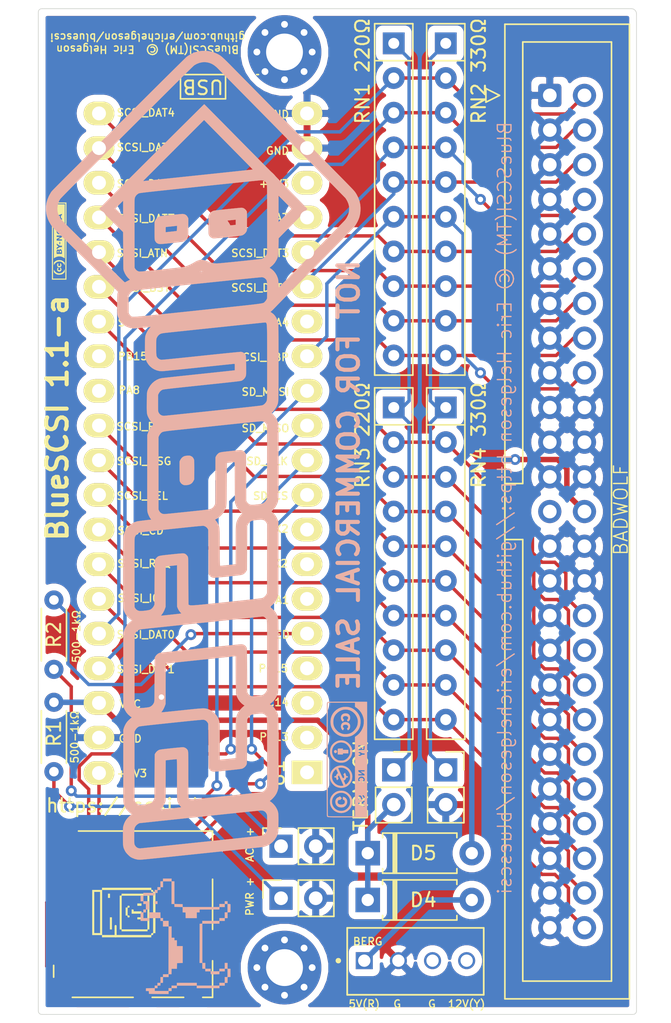
<source format=kicad_pcb>
(kicad_pcb (version 20171130) (host pcbnew "(5.1.10-1-10_14)")
  (layers (0 F.Cu signal) (31 B.Cu signal) (34 B.Paste user) (35 F.Paste user) (36 B.SilkS user) (37 F.SilkS user) (38 B.Mask user) (39 F.Mask user) (44 Edge.Cuts user))
  (net 0 "")
  (net 1 /SD_MISO)
  (net 2 GND)
  (net 3 /SD_CLK)
  (net 4 +3V3)
  (net 5 /SD_MOSI)
  (net 6 /SD_CS)
  (net 7 /SCSI_IO)
  (net 8 /SCSI_REQ)
  (net 9 /SCSI_CD)
  (net 10 /SCSI_SEL)
  (net 11 /SCSI_RST)
  (net 12 /SCSI_ACK)
  (net 13 /SCSI_BSY)
  (net 14 /SCSI_ATN)
  (net 15 /SCSI_MSG)
  (net 16 /SCSI_DBP)
  (net 17 /SCSI_DAT7)
  (net 18 /SCSI_DAT6)
  (net 19 /SCSI_DAT5)
  (net 20 /SCSI_DAT4)
  (net 21 /SCSI_DAT3)
  (net 22 /SCSI_DAT2)
  (net 23 /SCSI_DAT1)
  (net 24 /SCSI_DAT0)
  (net 25 "Net-(JP1-Pad1)")
  (net 26 "Net-(JP2-Pad1)")
  (net 27 VCC)
  (net 28 /TERM_PWR)
  (net 29 +5V)
  (net 30 "Net-(H1-Pad1)")
  (net 31 "Net-(H2-Pad1)")
  (net 32 /EXTERNAL_LED)
  (net 33 "Net-(J4-Pad1)")
  (net 34 "Net-(J3-Pad1)")
  (module BlueSCSILogo:dogcow (layer B.Cu) (at 92.075 163.83 270)
    (fp_text reference G*** hide)
    (fp_text value LOGO hide)
  )
  (module BlueSCSILogo:mac_happy_small (layer F.Cu) (at 87.5665 162.1155 270)
    (fp_text reference G*** hide)
    (fp_text value LOGO hide)
  )
  (module BlueSCSILogo:cc_by_nc_sa_front_silk_screen (layer B.Cu) (at 103.886 150.876 270)
    (fp_text reference G*** hide)
    (fp_text value LOGO hide)
  )
  (module BlueSCSILogo:cc_by_nc_sa_small_front_silk_screen (layer F.Cu) (at 82.804 112.903 90)
    (fp_text reference G*** hide)
    (fp_text value LOGO hide)
  )
  (module BlueSCSILogo:BlueSCSILogoFP (layer B.Cu) (at 93.218 128.651 270)
    (fp_text reference G*** hide)
    (fp_text value LOGO hide)
  )
  (module blue:BluePill_STM32F103C (layer F.Cu) (at 100.965 151.765 180)
    (fp_text reference U1 (at 2.159 -0.127 270) (layer F.SilkS))
    (fp_text value BluePill_STM32F103C hide)
    (pad 40 thru_hole oval (at 15.24 -0.1016 270) (size 1.7272 2.25) (drill 1.016) (layers *.Cu *.Mask F.SilkS) (net 4 +3V3))
    (pad 39 thru_hole oval (at 15.24 2.4892 270) (size 1.7272 2.25) (drill 1.016) (layers *.Cu *.Mask F.SilkS) (net 2 GND))
    (pad 38 thru_hole oval (at 15.24 5.0292 270) (size 1.7272 2.25) (drill 1.016) (layers *.Cu *.Mask F.SilkS) (net 27 VCC))
    (pad 37 thru_hole oval (at 15.24 7.5692 270) (size 1.7272 2.25) (drill 1.016) (layers *.Cu *.Mask F.SilkS) (net 23 /SCSI_DAT1))
    (pad 36 thru_hole oval (at 15.24 10.1092 270) (size 1.7272 2.25) (drill 1.016) (layers *.Cu *.Mask F.SilkS) (net 24 /SCSI_DAT0))
    (pad 35 thru_hole oval (at 15.24 12.6492 270) (size 1.7272 2.25) (drill 1.016) (layers *.Cu *.Mask F.SilkS) (net 7 /SCSI_IO))
    (pad 34 thru_hole oval (at 15.24 15.1892 270) (size 1.7272 2.25) (drill 1.016) (layers *.Cu *.Mask F.SilkS) (net 8 /SCSI_REQ))
    (pad 33 thru_hole oval (at 15.24 17.7292 270) (size 1.7272 2.25) (drill 1.016) (layers *.Cu *.Mask F.SilkS) (net 9 /SCSI_CD))
    (pad 32 thru_hole oval (at 15.24 20.2692 270) (size 1.7272 2.25) (drill 1.016) (layers *.Cu *.Mask F.SilkS) (net 10 /SCSI_SEL))
    (pad 31 thru_hole oval (at 15.24 22.8092 270) (size 1.7272 2.25) (drill 1.016) (layers *.Cu *.Mask F.SilkS) (net 15 /SCSI_MSG))
    (pad 30 thru_hole oval (at 15.24 25.3492 270) (size 1.7272 2.25) (drill 1.016) (layers *.Cu *.Mask F.SilkS) (net 11 /SCSI_RST))
    (pad 29 thru_hole oval (at 15.24 27.8892 270) (size 1.7272 2.25) (drill 1.016) (layers *.Cu *.Mask F.SilkS))
    (pad 28 thru_hole oval (at 15.24 30.4292 270) (size 1.7272 2.25) (drill 1.016) (layers *.Cu *.Mask F.SilkS))
    (pad 27 thru_hole oval (at 15.24 32.9692 270) (size 1.7272 2.25) (drill 1.016) (layers *.Cu *.Mask F.SilkS) (net 12 /SCSI_ACK))
    (pad 26 thru_hole oval (at 15.24 35.5092 270) (size 1.7272 2.25) (drill 1.016) (layers *.Cu *.Mask F.SilkS) (net 13 /SCSI_BSY))
    (pad 25 thru_hole oval (at 15.24 38.0492 270) (size 1.7272 2.25) (drill 1.016) (layers *.Cu *.Mask F.SilkS) (net 14 /SCSI_ATN))
    (pad 24 thru_hole oval (at 15.24 40.5892 270) (size 1.7272 2.25) (drill 1.016) (layers *.Cu *.Mask F.SilkS) (net 17 /SCSI_DAT7))
    (pad 23 thru_hole oval (at 15.24 43.1292 270) (size 1.7272 2.25) (drill 1.016) (layers *.Cu *.Mask F.SilkS) (net 18 /SCSI_DAT6))
    (pad 22 thru_hole oval (at 15.24 45.6692 270) (size 1.7272 2.25) (drill 1.016) (layers *.Cu *.Mask F.SilkS) (net 19 /SCSI_DAT5))
    (pad 21 thru_hole oval (at 15.24 48.2092 270) (size 1.7272 2.25) (drill 1.016) (layers *.Cu *.Mask F.SilkS) (net 20 /SCSI_DAT4))
    (pad 20 thru_hole oval (at 0 48.2092 90) (size 1.7272 2.25) (drill 1.016) (layers *.Cu *.Mask F.SilkS) (net 2 GND))
    (pad 19 thru_hole oval (at 0 45.6692 90) (size 1.7272 2.25) (drill 1.016) (layers *.Cu *.Mask F.SilkS) (net 2 GND))
    (pad 18 thru_hole oval (at 0 43.1292 90) (size 1.7272 2.25) (drill 1.016) (layers *.Cu *.Mask F.SilkS) (net 4 +3V3))
    (pad 17 thru_hole oval (at 0 40.5892 90) (size 1.7272 2.25) (drill 1.016) (layers *.Cu *.Mask F.SilkS))
    (pad 16 thru_hole oval (at 0 38.0492 90) (size 1.7272 2.25) (drill 1.016) (layers *.Cu *.Mask F.SilkS) (net 21 /SCSI_DAT3))
    (pad 15 thru_hole oval (at 0 35.5092 90) (size 1.7272 2.25) (drill 1.016) (layers *.Cu *.Mask F.SilkS) (net 22 /SCSI_DAT2))
    (pad 14 thru_hole oval (at 0 32.9692 90) (size 1.7272 2.25) (drill 1.016) (layers *.Cu *.Mask F.SilkS))
    (pad 13 thru_hole oval (at 0 30.4292 90) (size 1.7272 2.25) (drill 1.016) (layers *.Cu *.Mask F.SilkS) (net 16 /SCSI_DBP))
    (pad 12 thru_hole oval (at 0 27.8892 90) (size 1.7272 2.25) (drill 1.016) (layers *.Cu *.Mask F.SilkS) (net 5 /SD_MOSI))
    (pad 11 thru_hole oval (at 0 25.3492 90) (size 1.7272 2.25) (drill 1.016) (layers *.Cu *.Mask F.SilkS) (net 1 /SD_MISO))
    (pad 10 thru_hole oval (at 0 22.8092 90) (size 1.7272 2.25) (drill 1.016) (layers *.Cu *.Mask F.SilkS) (net 3 /SD_CLK))
    (pad 9 thru_hole oval (at 0 20.2692 90) (size 1.7272 2.25) (drill 1.016) (layers *.Cu *.Mask F.SilkS) (net 6 /SD_CS))
    (pad 8 thru_hole oval (at 0 17.7292 90) (size 1.7272 2.25) (drill 1.016) (layers *.Cu *.Mask F.SilkS))
    (pad 7 thru_hole oval (at 0 15.1892 90) (size 1.7272 2.25) (drill 1.016) (layers *.Cu *.Mask F.SilkS))
    (pad 6 thru_hole oval (at 0 12.6492 90) (size 1.7272 2.25) (drill 1.016) (layers *.Cu *.Mask F.SilkS))
    (pad 5 thru_hole oval (at 0 10.1092 90) (size 1.7272 2.25) (drill 1.016) (layers *.Cu *.Mask F.SilkS) (net 32 /EXTERNAL_LED))
    (pad 4 thru_hole oval (at 0 7.5692 90) (size 1.7272 2.25) (drill 1.016) (layers *.Cu *.Mask F.SilkS))
    (pad 3 thru_hole oval (at 0 5.0292 90) (size 1.7272 2.25) (drill 1.016) (layers *.Cu *.Mask F.SilkS))
    (pad 2 thru_hole oval (at 0 2.4892 90) (size 1.7272 2.25) (drill 1.016) (layers *.Cu *.Mask F.SilkS))
    (pad 1 thru_hole rect (at 0 -0.0508 90) (size 1.7272 2.25) (drill 1.016) (layers *.Cu *.Mask F.SilkS))
  )
  (module Connector_IDC:IDC-Header_2x25_P2.54mm_Vertical (layer F.Cu) (at 118.745 102.235)
    (fp_text reference J2 hide)
    (fp_text value Conn_02x25_Odd_Even)
    (pad 50 thru_hole circle (at 2.54 60.96) (size 1.7 1.7) (drill 1) (layers *.Cu *.Mask) (net 7 /SCSI_IO))
    (pad 48 thru_hole circle (at 2.54 58.42) (size 1.7 1.7) (drill 1) (layers *.Cu *.Mask) (net 8 /SCSI_REQ))
    (pad 46 thru_hole circle (at 2.54 55.88) (size 1.7 1.7) (drill 1) (layers *.Cu *.Mask) (net 9 /SCSI_CD))
    (pad 44 thru_hole circle (at 2.54 53.34) (size 1.7 1.7) (drill 1) (layers *.Cu *.Mask) (net 10 /SCSI_SEL))
    (pad 42 thru_hole circle (at 2.54 50.8) (size 1.7 1.7) (drill 1) (layers *.Cu *.Mask) (net 15 /SCSI_MSG))
    (pad 40 thru_hole circle (at 2.54 48.26) (size 1.7 1.7) (drill 1) (layers *.Cu *.Mask) (net 11 /SCSI_RST))
    (pad 38 thru_hole circle (at 2.54 45.72) (size 1.7 1.7) (drill 1) (layers *.Cu *.Mask) (net 12 /SCSI_ACK))
    (pad 36 thru_hole circle (at 2.54 43.18) (size 1.7 1.7) (drill 1) (layers *.Cu *.Mask) (net 13 /SCSI_BSY))
    (pad 34 thru_hole circle (at 2.54 40.64) (size 1.7 1.7) (drill 1) (layers *.Cu *.Mask))
    (pad 32 thru_hole circle (at 2.54 38.1) (size 1.7 1.7) (drill 1) (layers *.Cu *.Mask) (net 14 /SCSI_ATN))
    (pad 30 thru_hole circle (at 2.54 35.56) (size 1.7 1.7) (drill 1) (layers *.Cu *.Mask) (net 2 GND))
    (pad 28 thru_hole circle (at 2.54 33.02) (size 1.7 1.7) (drill 1) (layers *.Cu *.Mask) (net 2 GND))
    (pad 26 thru_hole circle (at 2.54 30.48) (size 1.7 1.7) (drill 1) (layers *.Cu *.Mask) (net 28 /TERM_PWR))
    (pad 24 thru_hole circle (at 2.54 27.94) (size 1.7 1.7) (drill 1) (layers *.Cu *.Mask) (net 2 GND))
    (pad 22 thru_hole circle (at 2.54 25.4) (size 1.7 1.7) (drill 1) (layers *.Cu *.Mask) (net 2 GND))
    (pad 20 thru_hole circle (at 2.54 22.86) (size 1.7 1.7) (drill 1) (layers *.Cu *.Mask) (net 2 GND))
    (pad 18 thru_hole circle (at 2.54 20.32) (size 1.7 1.7) (drill 1) (layers *.Cu *.Mask) (net 16 /SCSI_DBP))
    (pad 16 thru_hole circle (at 2.54 17.78) (size 1.7 1.7) (drill 1) (layers *.Cu *.Mask) (net 17 /SCSI_DAT7))
    (pad 14 thru_hole circle (at 2.54 15.24) (size 1.7 1.7) (drill 1) (layers *.Cu *.Mask) (net 18 /SCSI_DAT6))
    (pad 12 thru_hole circle (at 2.54 12.7) (size 1.7 1.7) (drill 1) (layers *.Cu *.Mask) (net 19 /SCSI_DAT5))
    (pad 10 thru_hole circle (at 2.54 10.16) (size 1.7 1.7) (drill 1) (layers *.Cu *.Mask) (net 20 /SCSI_DAT4))
    (pad 8 thru_hole circle (at 2.54 7.62) (size 1.7 1.7) (drill 1) (layers *.Cu *.Mask) (net 21 /SCSI_DAT3))
    (pad 6 thru_hole circle (at 2.54 5.08) (size 1.7 1.7) (drill 1) (layers *.Cu *.Mask) (net 22 /SCSI_DAT2))
    (pad 4 thru_hole circle (at 2.54 2.54) (size 1.7 1.7) (drill 1) (layers *.Cu *.Mask) (net 23 /SCSI_DAT1))
    (pad 2 thru_hole circle (at 2.54 0) (size 1.7 1.7) (drill 1) (layers *.Cu *.Mask) (net 24 /SCSI_DAT0))
    (pad 49 thru_hole circle (at 0 60.96) (size 1.7 1.7) (drill 1) (layers *.Cu *.Mask) (net 2 GND))
    (pad 47 thru_hole circle (at 0 58.42) (size 1.7 1.7) (drill 1) (layers *.Cu *.Mask) (net 2 GND))
    (pad 45 thru_hole circle (at 0 55.88) (size 1.7 1.7) (drill 1) (layers *.Cu *.Mask) (net 2 GND))
    (pad 43 thru_hole circle (at 0 53.34) (size 1.7 1.7) (drill 1) (layers *.Cu *.Mask) (net 2 GND))
    (pad 41 thru_hole circle (at 0 50.8) (size 1.7 1.7) (drill 1) (layers *.Cu *.Mask) (net 2 GND))
    (pad 39 thru_hole circle (at 0 48.26) (size 1.7 1.7) (drill 1) (layers *.Cu *.Mask) (net 2 GND))
    (pad 37 thru_hole circle (at 0 45.72) (size 1.7 1.7) (drill 1) (layers *.Cu *.Mask) (net 2 GND))
    (pad 35 thru_hole circle (at 0 43.18) (size 1.7 1.7) (drill 1) (layers *.Cu *.Mask) (net 2 GND))
    (pad 33 thru_hole circle (at 0 40.64) (size 1.7 1.7) (drill 1) (layers *.Cu *.Mask) (net 2 GND))
    (pad 31 thru_hole circle (at 0 38.1) (size 1.7 1.7) (drill 1) (layers *.Cu *.Mask) (net 2 GND))
    (pad 29 thru_hole circle (at 0 35.56) (size 1.7 1.7) (drill 1) (layers *.Cu *.Mask) (net 2 GND))
    (pad 27 thru_hole circle (at 0 33.02) (size 1.7 1.7) (drill 1) (layers *.Cu *.Mask) (net 2 GND))
    (pad 25 thru_hole circle (at 0 30.48) (size 1.7 1.7) (drill 1) (layers *.Cu *.Mask))
    (pad 23 thru_hole circle (at 0 27.94) (size 1.7 1.7) (drill 1) (layers *.Cu *.Mask) (net 2 GND))
    (pad 21 thru_hole circle (at 0 25.4) (size 1.7 1.7) (drill 1) (layers *.Cu *.Mask) (net 2 GND))
    (pad 19 thru_hole circle (at 0 22.86) (size 1.7 1.7) (drill 1) (layers *.Cu *.Mask) (net 2 GND))
    (pad 17 thru_hole circle (at 0 20.32) (size 1.7 1.7) (drill 1) (layers *.Cu *.Mask) (net 2 GND))
    (pad 15 thru_hole circle (at 0 17.78) (size 1.7 1.7) (drill 1) (layers *.Cu *.Mask) (net 2 GND))
    (pad 13 thru_hole circle (at 0 15.24) (size 1.7 1.7) (drill 1) (layers *.Cu *.Mask) (net 2 GND))
    (pad 11 thru_hole circle (at 0 12.7) (size 1.7 1.7) (drill 1) (layers *.Cu *.Mask) (net 2 GND))
    (pad 9 thru_hole circle (at 0 10.16) (size 1.7 1.7) (drill 1) (layers *.Cu *.Mask) (net 2 GND))
    (pad 7 thru_hole circle (at 0 7.62) (size 1.7 1.7) (drill 1) (layers *.Cu *.Mask) (net 2 GND))
    (pad 5 thru_hole circle (at 0 5.08) (size 1.7 1.7) (drill 1) (layers *.Cu *.Mask) (net 2 GND))
    (pad 3 thru_hole circle (at 0 2.54) (size 1.7 1.7) (drill 1) (layers *.Cu *.Mask) (net 2 GND))
    (pad 1 thru_hole roundrect (at 0 0) (size 1.7 1.7) (drill 1) (layers *.Cu *.Mask) (roundrect_rratio 0.1470588235294118) (net 2 GND))
  )
  (module Connector_Card:microSD_HC_Molex_104031-0811 (layer F.Cu) (at 88.224 162.225 90)
    (fp_text reference J5 hide)
    (fp_text value Micro_SD_Card)
    (pad 11 smd rect (at 3.73 5.375 90) (size 1.9 1.35) (layers F.Cu F.Paste F.Mask))
    (pad 11 smd rect (at -2.24 5.375 90) (size 1.9 1.35) (layers F.Cu F.Paste F.Mask))
    (pad 9 smd rect (at -5.74 0.7 90) (size 1.2 1) (layers F.Cu F.Paste F.Mask) (net 2 GND))
    (pad 10 smd rect (at -5.74 4.4 90) (size 1.2 1) (layers F.Cu F.Paste F.Mask))
    (pad 11 smd rect (at -5.565 -5.325 90) (size 1.55 1.35) (layers F.Cu F.Paste F.Mask))
    (pad 11 smd rect (at 5.755 -5.1 90) (size 1.17 1.8) (layers F.Cu F.Paste F.Mask))
    (pad 7 smd rect (at 3.495 -5.45 90) (size 0.85 1.1) (layers F.Cu F.Paste F.Mask) (net 1 /SD_MISO))
    (pad 6 smd rect (at 2.395 -5.45 90) (size 0.85 1.1) (layers F.Cu F.Paste F.Mask) (net 2 GND))
    (pad 5 smd rect (at 1.295 -5.45 90) (size 0.85 1.1) (layers F.Cu F.Paste F.Mask) (net 3 /SD_CLK))
    (pad 4 smd rect (at 0.195 -5.45 90) (size 0.85 1.1) (layers F.Cu F.Paste F.Mask) (net 4 +3V3))
    (pad 3 smd rect (at -0.905 -5.45 90) (size 0.85 1.1) (layers F.Cu F.Paste F.Mask) (net 5 /SD_MOSI))
    (pad 2 smd rect (at -2.005 -5.45 90) (size 0.85 1.1) (layers F.Cu F.Paste F.Mask) (net 6 /SD_CS))
    (pad 8 smd rect (at 4.545 -5.45 90) (size 0.75 1.1) (layers F.Cu F.Paste F.Mask))
    (pad 1 smd rect (at -3.105 -5.45 90) (size 0.85 1.1) (layers F.Cu F.Paste F.Mask))
  )
  (module Connector_PinSocket_2.54mm:PinSocket_1x02_P2.54mm_Vertical (layer F.Cu) (at 111.125 151.638)
    (fp_text reference JP1 hide)
    (fp_text value TERM_ENABLE_GND)
    (pad 1 thru_hole rect (at 0 0) (size 1.7 1.7) (drill 1) (layers *.Cu *.Mask) (net 25 "Net-(JP1-Pad1)"))
    (pad 2 thru_hole oval (at 0 2.54) (size 1.7 1.7) (drill 1) (layers *.Cu *.Mask) (net 2 GND))
  )
  (module Connector_PinSocket_2.54mm:PinSocket_1x02_P2.54mm_Vertical (layer F.Cu) (at 107.315 151.638)
    (fp_text reference JP2 hide)
    (fp_text value TERM_ENABLE_5V)
    (pad 2 thru_hole oval (at 0 2.54) (size 1.7 1.7) (drill 1) (layers *.Cu *.Mask) (net 27 VCC))
    (pad 1 thru_hole rect (at 0 0) (size 1.7 1.7) (drill 1) (layers *.Cu *.Mask) (net 26 "Net-(JP2-Pad1)"))
  )
  (module Resistor_THT:R_Array_SIP10 (layer F.Cu) (at 107.315 98.425 270)
    (fp_text reference RN1 hide)
    (fp_text value 220)
    (pad 1 thru_hole rect (at 0 0 270) (size 1.6 1.6) (drill 0.8) (layers *.Cu *.Mask) (net 26 "Net-(JP2-Pad1)"))
    (pad 2 thru_hole oval (at 2.54 0 270) (size 1.6 1.6) (drill 0.8) (layers *.Cu *.Mask) (net 24 /SCSI_DAT0))
    (pad 3 thru_hole oval (at 5.08 0 270) (size 1.6 1.6) (drill 0.8) (layers *.Cu *.Mask) (net 23 /SCSI_DAT1))
    (pad 4 thru_hole oval (at 7.62 0 270) (size 1.6 1.6) (drill 0.8) (layers *.Cu *.Mask) (net 21 /SCSI_DAT3))
    (pad 5 thru_hole oval (at 10.16 0 270) (size 1.6 1.6) (drill 0.8) (layers *.Cu *.Mask) (net 22 /SCSI_DAT2))
    (pad 6 thru_hole oval (at 12.7 0 270) (size 1.6 1.6) (drill 0.8) (layers *.Cu *.Mask) (net 16 /SCSI_DBP))
    (pad 7 thru_hole oval (at 15.24 0 270) (size 1.6 1.6) (drill 0.8) (layers *.Cu *.Mask) (net 20 /SCSI_DAT4))
    (pad 8 thru_hole oval (at 17.78 0 270) (size 1.6 1.6) (drill 0.8) (layers *.Cu *.Mask) (net 19 /SCSI_DAT5))
    (pad 9 thru_hole oval (at 20.32 0 270) (size 1.6 1.6) (drill 0.8) (layers *.Cu *.Mask) (net 18 /SCSI_DAT6))
    (pad 10 thru_hole oval (at 22.86 0 270) (size 1.6 1.6) (drill 0.8) (layers *.Cu *.Mask) (net 17 /SCSI_DAT7))
  )
  (module Resistor_THT:R_Array_SIP10 (layer F.Cu) (at 111.125 98.425 270)
    (fp_text reference RN2 hide)
    (fp_text value 330)
    (pad 1 thru_hole rect (at 0 0 270) (size 1.6 1.6) (drill 0.8) (layers *.Cu *.Mask) (net 25 "Net-(JP1-Pad1)"))
    (pad 2 thru_hole oval (at 2.54 0 270) (size 1.6 1.6) (drill 0.8) (layers *.Cu *.Mask) (net 24 /SCSI_DAT0))
    (pad 3 thru_hole oval (at 5.08 0 270) (size 1.6 1.6) (drill 0.8) (layers *.Cu *.Mask) (net 23 /SCSI_DAT1))
    (pad 4 thru_hole oval (at 7.62 0 270) (size 1.6 1.6) (drill 0.8) (layers *.Cu *.Mask) (net 21 /SCSI_DAT3))
    (pad 5 thru_hole oval (at 10.16 0 270) (size 1.6 1.6) (drill 0.8) (layers *.Cu *.Mask) (net 22 /SCSI_DAT2))
    (pad 6 thru_hole oval (at 12.7 0 270) (size 1.6 1.6) (drill 0.8) (layers *.Cu *.Mask) (net 16 /SCSI_DBP))
    (pad 7 thru_hole oval (at 15.24 0 270) (size 1.6 1.6) (drill 0.8) (layers *.Cu *.Mask) (net 20 /SCSI_DAT4))
    (pad 8 thru_hole oval (at 17.78 0 270) (size 1.6 1.6) (drill 0.8) (layers *.Cu *.Mask) (net 19 /SCSI_DAT5))
    (pad 9 thru_hole oval (at 20.32 0 270) (size 1.6 1.6) (drill 0.8) (layers *.Cu *.Mask) (net 18 /SCSI_DAT6))
    (pad 10 thru_hole oval (at 22.86 0 270) (size 1.6 1.6) (drill 0.8) (layers *.Cu *.Mask) (net 17 /SCSI_DAT7))
  )
  (module Resistor_THT:R_Array_SIP10 (layer F.Cu) (at 107.315 125.095 270)
    (fp_text reference RN3 hide)
    (fp_text value 220)
    (pad 10 thru_hole oval (at 22.86 0 270) (size 1.6 1.6) (drill 0.8) (layers *.Cu *.Mask) (net 7 /SCSI_IO))
    (pad 9 thru_hole oval (at 20.32 0 270) (size 1.6 1.6) (drill 0.8) (layers *.Cu *.Mask) (net 8 /SCSI_REQ))
    (pad 8 thru_hole oval (at 17.78 0 270) (size 1.6 1.6) (drill 0.8) (layers *.Cu *.Mask) (net 9 /SCSI_CD))
    (pad 7 thru_hole oval (at 15.24 0 270) (size 1.6 1.6) (drill 0.8) (layers *.Cu *.Mask) (net 10 /SCSI_SEL))
    (pad 6 thru_hole oval (at 12.7 0 270) (size 1.6 1.6) (drill 0.8) (layers *.Cu *.Mask) (net 15 /SCSI_MSG))
    (pad 5 thru_hole oval (at 10.16 0 270) (size 1.6 1.6) (drill 0.8) (layers *.Cu *.Mask) (net 11 /SCSI_RST))
    (pad 4 thru_hole oval (at 7.62 0 270) (size 1.6 1.6) (drill 0.8) (layers *.Cu *.Mask) (net 12 /SCSI_ACK))
    (pad 3 thru_hole oval (at 5.08 0 270) (size 1.6 1.6) (drill 0.8) (layers *.Cu *.Mask) (net 13 /SCSI_BSY))
    (pad 2 thru_hole oval (at 2.54 0 270) (size 1.6 1.6) (drill 0.8) (layers *.Cu *.Mask) (net 14 /SCSI_ATN))
    (pad 1 thru_hole rect (at 0 0 270) (size 1.6 1.6) (drill 0.8) (layers *.Cu *.Mask) (net 26 "Net-(JP2-Pad1)"))
  )
  (module Resistor_THT:R_Array_SIP10 (layer F.Cu) (at 111.125 125.095 270)
    (fp_text reference RN4 hide)
    (fp_text value 330)
    (pad 10 thru_hole oval (at 22.86 0 270) (size 1.6 1.6) (drill 0.8) (layers *.Cu *.Mask) (net 7 /SCSI_IO))
    (pad 9 thru_hole oval (at 20.32 0 270) (size 1.6 1.6) (drill 0.8) (layers *.Cu *.Mask) (net 8 /SCSI_REQ))
    (pad 8 thru_hole oval (at 17.78 0 270) (size 1.6 1.6) (drill 0.8) (layers *.Cu *.Mask) (net 9 /SCSI_CD))
    (pad 7 thru_hole oval (at 15.24 0 270) (size 1.6 1.6) (drill 0.8) (layers *.Cu *.Mask) (net 10 /SCSI_SEL))
    (pad 6 thru_hole oval (at 12.7 0 270) (size 1.6 1.6) (drill 0.8) (layers *.Cu *.Mask) (net 15 /SCSI_MSG))
    (pad 5 thru_hole oval (at 10.16 0 270) (size 1.6 1.6) (drill 0.8) (layers *.Cu *.Mask) (net 11 /SCSI_RST))
    (pad 4 thru_hole oval (at 7.62 0 270) (size 1.6 1.6) (drill 0.8) (layers *.Cu *.Mask) (net 12 /SCSI_ACK))
    (pad 3 thru_hole oval (at 5.08 0 270) (size 1.6 1.6) (drill 0.8) (layers *.Cu *.Mask) (net 13 /SCSI_BSY))
    (pad 2 thru_hole oval (at 2.54 0 270) (size 1.6 1.6) (drill 0.8) (layers *.Cu *.Mask) (net 14 /SCSI_ATN))
    (pad 1 thru_hole rect (at 0 0 270) (size 1.6 1.6) (drill 0.8) (layers *.Cu *.Mask) (net 25 "Net-(JP1-Pad1)"))
  )
  (module 171825-4:TE_171825-4 (layer F.Cu) (at 105.156 165.608)
    (fp_text reference J1 hide)
    (fp_text value "Berg Power Connector")
    (pad 1 thru_hole rect (at 0 0) (size 1.25 1.25) (drill 0.9) (layers *.Cu *.Mask) (net 29 +5V))
    (pad 2 thru_hole circle (at 2.5 0) (size 1.25 1.25) (drill 0.9) (layers *.Cu *.Mask) (net 2 GND))
    (pad 3 thru_hole circle (at 5 0) (size 1.25 1.25) (drill 0.9) (layers *.Cu *.Mask))
    (pad 4 thru_hole circle (at 7.5 0) (size 1.25 1.25) (drill 0.9) (layers *.Cu *.Mask))
  )
  (module Diode_THT:D_A-405_P7.62mm_Horizontal (layer F.Cu) (at 105.41 161.163)
    (fp_text reference D4 (at 4.064 0 180) (layer F.SilkS))
    (fp_text value Diode)
    (pad 1 thru_hole rect (at 0 0) (size 1.8 1.8) (drill 0.9) (layers *.Cu *.Mask) (net 27 VCC))
    (pad 2 thru_hole oval (at 7.62 0) (size 1.8 1.8) (drill 0.9) (layers *.Cu *.Mask) (net 29 +5V))
  )
  (module Diode_THT:D_A-405_P7.62mm_Horizontal (layer F.Cu) (at 105.41 157.734)
    (fp_text reference D5 (at 4.064 0 180) (layer F.SilkS))
    (fp_text value Diode)
    (pad 2 thru_hole oval (at 7.62 0) (size 1.8 1.8) (drill 0.9) (layers *.Cu *.Mask) (net 28 /TERM_PWR))
    (pad 1 thru_hole rect (at 0 0) (size 1.8 1.8) (drill 0.9) (layers *.Cu *.Mask) (net 27 VCC))
  )
  (module MountingHole:MountingHole_2.7mm_M2.5_Pad_Via (layer F.Cu) (at 99.314 99.06)
    (fp_text reference H1 hide)
    (fp_text value MountingHole_Pad)
    (pad 1 thru_hole circle (at 0 0) (size 5.4 5.4) (drill 2.7) (layers *.Cu *.Mask) (net 30 "Net-(H1-Pad1)"))
    (pad 1 thru_hole circle (at 2.025 0) (size 0.8 0.8) (drill 0.5) (layers *.Cu *.Mask) (net 30 "Net-(H1-Pad1)"))
    (pad 1 thru_hole circle (at 1.431891 1.431891) (size 0.8 0.8) (drill 0.5) (layers *.Cu *.Mask) (net 30 "Net-(H1-Pad1)"))
    (pad 1 thru_hole circle (at 0 2.025) (size 0.8 0.8) (drill 0.5) (layers *.Cu *.Mask) (net 30 "Net-(H1-Pad1)"))
    (pad 1 thru_hole circle (at -1.431891 1.431891) (size 0.8 0.8) (drill 0.5) (layers *.Cu *.Mask) (net 30 "Net-(H1-Pad1)"))
    (pad 1 thru_hole circle (at -2.025 0) (size 0.8 0.8) (drill 0.5) (layers *.Cu *.Mask) (net 30 "Net-(H1-Pad1)"))
    (pad 1 thru_hole circle (at -1.431891 -1.431891) (size 0.8 0.8) (drill 0.5) (layers *.Cu *.Mask) (net 30 "Net-(H1-Pad1)"))
    (pad 1 thru_hole circle (at 0 -2.025) (size 0.8 0.8) (drill 0.5) (layers *.Cu *.Mask) (net 30 "Net-(H1-Pad1)"))
    (pad 1 thru_hole circle (at 1.431891 -1.431891) (size 0.8 0.8) (drill 0.5) (layers *.Cu *.Mask) (net 30 "Net-(H1-Pad1)"))
  )
  (module MountingHole:MountingHole_2.7mm_M2.5_Pad_Via (layer F.Cu) (at 99.314 166.116)
    (fp_text reference H2 hide)
    (fp_text value MountingHole_Pad)
    (pad 1 thru_hole circle (at 0 0) (size 5.4 5.4) (drill 2.7) (layers *.Cu *.Mask) (net 31 "Net-(H2-Pad1)"))
    (pad 1 thru_hole circle (at 2.025 0) (size 0.8 0.8) (drill 0.5) (layers *.Cu *.Mask) (net 31 "Net-(H2-Pad1)"))
    (pad 1 thru_hole circle (at 1.431891 1.431891) (size 0.8 0.8) (drill 0.5) (layers *.Cu *.Mask) (net 31 "Net-(H2-Pad1)"))
    (pad 1 thru_hole circle (at 0 2.025) (size 0.8 0.8) (drill 0.5) (layers *.Cu *.Mask) (net 31 "Net-(H2-Pad1)"))
    (pad 1 thru_hole circle (at -1.431891 1.431891) (size 0.8 0.8) (drill 0.5) (layers *.Cu *.Mask) (net 31 "Net-(H2-Pad1)"))
    (pad 1 thru_hole circle (at -2.025 0) (size 0.8 0.8) (drill 0.5) (layers *.Cu *.Mask) (net 31 "Net-(H2-Pad1)"))
    (pad 1 thru_hole circle (at -1.431891 -1.431891) (size 0.8 0.8) (drill 0.5) (layers *.Cu *.Mask) (net 31 "Net-(H2-Pad1)"))
    (pad 1 thru_hole circle (at 0 -2.025) (size 0.8 0.8) (drill 0.5) (layers *.Cu *.Mask) (net 31 "Net-(H2-Pad1)"))
    (pad 1 thru_hole circle (at 1.431891 -1.431891) (size 0.8 0.8) (drill 0.5) (layers *.Cu *.Mask) (net 31 "Net-(H2-Pad1)"))
  )
  (module Resistor_THT:R_Axial_DIN0204_L3.6mm_D1.6mm_P5.08mm_Horizontal (layer F.Cu) (at 82.423 144.272 90)
    (fp_text reference R2 (at 2.54 0 90) (layer F.SilkS))
    (fp_text value R_US)
    (pad 1 thru_hole circle (at 0 0 90) (size 1.4 1.4) (drill 0.7) (layers *.Cu *.Mask) (net 34 "Net-(J3-Pad1)"))
    (pad 2 thru_hole oval (at 5.08 0 90) (size 1.4 1.4) (drill 0.7) (layers *.Cu *.Mask) (net 32 /EXTERNAL_LED))
  )
  (module Resistor_THT:R_Axial_DIN0204_L3.6mm_D1.6mm_P5.08mm_Horizontal (layer F.Cu) (at 82.423 151.765 90)
    (fp_text reference R1 (at 2.794 0 90) (layer F.SilkS))
    (fp_text value R_US)
    (pad 2 thru_hole oval (at 5.08 0 90) (size 1.4 1.4) (drill 0.7) (layers *.Cu *.Mask) (net 27 VCC))
    (pad 1 thru_hole circle (at 0 0 90) (size 1.4 1.4) (drill 0.7) (layers *.Cu *.Mask) (net 33 "Net-(J4-Pad1)"))
  )
  (module Connector_PinSocket_2.54mm:PinSocket_1x02_P2.54mm_Vertical (layer F.Cu) (at 99.06 157.226 90)
    (fp_text reference J3 hide)
    (fp_text value ACT_LED)
    (pad 1 thru_hole rect (at 0 0 90) (size 1.7 1.7) (drill 1) (layers *.Cu *.Mask) (net 34 "Net-(J3-Pad1)"))
    (pad 2 thru_hole oval (at 0 2.54 90) (size 1.7 1.7) (drill 1) (layers *.Cu *.Mask) (net 2 GND))
  )
  (module Connector_PinSocket_2.54mm:PinSocket_1x02_P2.54mm_Vertical (layer F.Cu) (at 99.06 161.036 90)
    (fp_text reference J4 hide)
    (fp_text value POWER_LED)
    (pad 2 thru_hole oval (at 0 2.54 90) (size 1.7 1.7) (drill 1) (layers *.Cu *.Mask) (net 2 GND))
    (pad 1 thru_hole rect (at 0 0 90) (size 1.7 1.7) (drill 1) (layers *.Cu *.Mask) (net 33 "Net-(J4-Pad1)"))
  )
  (gr_arc (start 124.841 169.291) (end 124.841 169.545) (angle -90) (layer Edge.Cuts) (width 0.05))
  (gr_arc (start 81.534 169.291) (end 81.28 169.291) (angle -90) (layer Edge.Cuts) (width 0.05))
  (gr_arc (start 81.534 96.139) (end 81.534 95.885) (angle -90) (layer Edge.Cuts) (width 0.05))
  (gr_arc (start 124.714 96.266) (end 125.095 96.266) (angle -90) (layer Edge.Cuts) (width 0.05))
  (gr_text PA1 (at 98.8695 139.192) (layer F.SilkS) (effects (font (size 0.55 0.55) (thickness 0.1))))
  (gr_text PA7 (at 98.8695 111.1885) (layer F.SilkS) (effects (font (size 0.55 0.55) (thickness 0.1))))
  (gr_text PA4 (at 98.8695 118.872) (layer F.SilkS) (effects (font (size 0.55 0.55) (thickness 0.1))))
  (gr_text PA8 (at 87.9475 123.825) (layer F.SilkS) (effects (font (size 0.55 0.55) (thickness 0.1))))
  (gr_text PB15 (at 88.2015 121.3485) (layer F.SilkS) (effects (font (size 0.55 0.55) (thickness 0.1))))
  (gr_text PC15 (at 98.4885 144.2085) (layer F.SilkS) (effects (font (size 0.55 0.55) (thickness 0.1))))
  (gr_text PC14 (at 98.552 146.685) (layer F.SilkS) (effects (font (size 0.55 0.55) (thickness 0.1))))
  (gr_text PC13 (at 98.552 149.225) (layer F.SilkS) (effects (font (size 0.55 0.55) (thickness 0.1))))
  (gr_text RX2 (at 98.806 133.985) (layer F.SilkS) (effects (font (size 0.55 0.55) (thickness 0.1))))
  (gr_text TX2 (at 98.806 136.525) (layer F.SilkS) (effects (font (size 0.55 0.55) (thickness 0.1))))
  (gr_text "BlueSCSI(TM) © Eric Helgeson https://github.com/erichelgeson/bluescsi" (at 115.443 132.455 90) (layer B.SilkS) (effects (font (size 1 1) (thickness 0.1)) (justify mirror)))
  (gr_text 500-1kΩ (at 84.074 141.859 90) (layer F.SilkS) (effects (font (size 0.55 0.55) (thickness 0.1))))
  (gr_text 500-1kΩ (at 83.947 149.225 90) (layer F.SilkS) (effects (font (size 0.55 0.55) (thickness 0.1))))
  (gr_text BERG (at 105.41 164.211) (layer F.SilkS) (effects (font (size 0.55 0.55) (thickness 0.1))))
  (gr_text "ACT +" (at 96.774 157.099 90) (layer F.SilkS) (effects (font (size 0.55 0.55) (thickness 0.1))))
  (gr_text "PWR +" (at 96.774 160.909 90) (layer F.SilkS) (effects (font (size 0.55 0.55) (thickness 0.1))))
  (gr_text VCC (at 88.011 146.812) (layer F.SilkS) (effects (font (size 0.55 0.55) (thickness 0.1))))
  (gr_text GND (at 88.011 149.352) (layer F.SilkS) (effects (font (size 0.55 0.55) (thickness 0.1))))
  (gr_text +3V3 (at 88.138 151.892) (layer F.SilkS) (effects (font (size 0.55 0.55) (thickness 0.1))))
  (gr_text GND (at 98.806 103.632) (layer F.SilkS) (effects (font (size 0.55 0.55) (thickness 0.1))))
  (gr_text GND (at 98.806 106.299) (layer F.SilkS) (effects (font (size 0.55 0.55) (thickness 0.1))))
  (gr_text +3V3 (at 98.552 108.712) (layer F.SilkS) (effects (font (size 0.55 0.55) (thickness 0.1))))
  (gr_text SCSI_DAT3 (at 97.536 113.792) (layer F.SilkS) (effects (font (size 0.55 0.55) (thickness 0.1))))
  (gr_text SCSI_DAT2 (at 97.536 116.332) (layer F.SilkS) (effects (font (size 0.55 0.55) (thickness 0.1))))
  (gr_text SCSI_DBP (at 97.663 121.412) (layer F.SilkS) (effects (font (size 0.55 0.55) (thickness 0.1))))
  (gr_text SD_MOSI (at 97.917 123.952) (layer F.SilkS) (effects (font (size 0.55 0.55) (thickness 0.1))))
  (gr_text SD_MISO (at 97.917 126.619) (layer F.SilkS) (effects (font (size 0.55 0.55) (thickness 0.1))))
  (gr_text SD_CLK (at 98.044 129.032) (layer F.SilkS) (effects (font (size 0.55 0.55) (thickness 0.1))))
  (gr_text SD_CS (at 98.298 131.572) (layer F.SilkS) (effects (font (size 0.55 0.55) (thickness 0.1))))
  (gr_text LED (at 98.933 141.732) (layer F.SilkS) (effects (font (size 0.55 0.55) (thickness 0.1))))
  (gr_text SCSI_DAT1 (at 89.154 144.272) (layer F.SilkS) (effects (font (size 0.55 0.55) (thickness 0.1))))
  (gr_text SCSI_DAT0 (at 89.154 141.732) (layer F.SilkS) (effects (font (size 0.55 0.55) (thickness 0.1))))
  (gr_text SCSI_IO (at 88.646 139.065) (layer F.SilkS) (effects (font (size 0.55 0.55) (thickness 0.1))))
  (gr_text SCSI_REQ (at 89.027 136.525) (layer F.SilkS) (effects (font (size 0.55 0.55) (thickness 0.1))))
  (gr_text SCSI_CD (at 88.773 134.112) (layer F.SilkS) (effects (font (size 0.55 0.55) (thickness 0.1))))
  (gr_text SCSI_SEL (at 88.9 131.572) (layer F.SilkS) (effects (font (size 0.55 0.55) (thickness 0.1))))
  (gr_text SCSI_MSG (at 89.027 129.032) (layer F.SilkS) (effects (font (size 0.55 0.55) (thickness 0.1))))
  (gr_text SCSI_RST (at 88.9 126.492) (layer F.SilkS) (effects (font (size 0.55 0.55) (thickness 0.1))))
  (gr_text SCSI_ACK (at 89.027 118.872) (layer F.SilkS) (effects (font (size 0.55 0.55) (thickness 0.1))))
  (gr_text SCSI_BSY (at 89.027 116.332) (layer F.SilkS) (effects (font (size 0.55 0.55) (thickness 0.1))))
  (gr_text SCSI_ATN (at 88.9 113.792) (layer F.SilkS) (effects (font (size 0.55 0.55) (thickness 0.1))))
  (gr_text SCSI_DAT7 (at 89.154 111.252) (layer F.SilkS) (effects (font (size 0.55 0.55) (thickness 0.1))))
  (gr_text SCSI_DAT6 (at 89.154 108.712) (layer F.SilkS) (effects (font (size 0.55 0.55) (thickness 0.1))))
  (gr_text SCSI_DAT5 (at 89.154 106.045) (layer F.SilkS) (effects (font (size 0.55 0.55) (thickness 0.1))))
  (gr_text SCSI_DAT4 (at 89.154 103.505) (layer F.SilkS) (effects (font (size 0.55 0.55) (thickness 0.1))))
  (gr_text - (at 86.868 163.449 90) (layer F.SilkS) (effects (font (size 1 1))))
  (gr_text "BlueSCSI(TM) ©  Eric Helgeson\ngithub.com/erichelgeson/bluescsi" (at 89.281 98.425 180) (layer F.SilkS) (effects (font (size 0.55 0.55) (thickness 0.1))))
  (gr_line (start 94.996 100.711) (end 94.996 102.489) (layer F.SilkS) (width 0.12))
  (gr_line (start 97.282 100.711) (end 97.409 100.711) (layer F.SilkS) (width 0.12))
  (gr_line (start 91.7575 100.711) (end 94.996 100.711) (layer F.SilkS) (width 0.12))
  (gr_line (start 91.694 102.489) (end 94.996 102.489) (layer F.SilkS) (width 0.12))
  (gr_line (start 91.694 100.711) (end 91.694 102.489) (layer F.SilkS) (width 0.12))
  (gr_text https://scsi.blue (at 88.3285 154.2415) (layer F.SilkS) (effects (font (size 1 1))))
  (gr_text "12V(Y)" (at 112.649 168.783) (layer F.SilkS) (effects (font (size 0.55 0.55) (thickness 0.1))))
  (gr_text G (at 110.109 168.783) (layer F.SilkS) (effects (font (size 0.55 0.55) (thickness 0.1))))
  (gr_text G (at 107.569 168.783) (layer F.SilkS) (effects (font (size 0.55 0.55) (thickness 0.1))))
  (gr_text "5V(R)" (at 105.156 168.783) (layer F.SilkS) (effects (font (size 0.55 0.55) (thickness 0.1))))
  (gr_text "BADWOLF\n" (at 123.952 132.588 90) (layer F.SilkS) (effects (font (size 1 1) (thickness 0.1))))
  (gr_text "NOT FOR COMMERCIAL SALE" (at 104.013 130.048 90) (layer B.SilkS) (effects (font (size 1.5 1.5) (thickness 0.3)) (justify mirror)))
  (gr_text USB (at 93.345 101.6 180) (layer F.SilkS) (effects (font (size 1 1))))
  (gr_text "RN2 330Ω" (at 113.538 100.457 90) (layer F.SilkS) (effects (font (size 1 1))))
  (gr_text "RN1 220Ω" (at 105.029 100.457 90) (layer F.SilkS) (effects (font (size 1 1))))
  (gr_line (start 81.915 169.545) (end 81.534 169.545) (layer Edge.Cuts) (width 0.05))
  (gr_line (start 81.28 168.275) (end 81.28 169.291) (layer Edge.Cuts) (width 0.05))
  (gr_line (start 124.841 169.545) (end 81.915 169.545) (layer Edge.Cuts) (width 0.05))
  (gr_line (start 125.095 168.275) (end 125.095 169.291) (layer Edge.Cuts) (width 0.05))
  (gr_text "RN4 330Ω" (at 113.538 127.127 90) (layer F.SilkS) (effects (font (size 1 1))))
  (gr_text "RN3 220Ω" (at 105.029 127.127 90) (layer F.SilkS) (effects (font (size 1 1))))
  (gr_text "TERM ON" (at 104.902 152.781 90) (layer F.SilkS) (effects (font (size 1 1))))
  (gr_line (start 124.714 95.885) (end 81.534 95.885) (layer Edge.Cuts) (width 0.05))
  (gr_line (start 125.095 168.275) (end 125.095 96.266) (layer Edge.Cuts) (width 0.05))
  (gr_line (start 81.28 168.275) (end 81.28 96.139) (layer Edge.Cuts) (width 0.05))
  (gr_text "BlueSCSI 1.1-a" (at 82.677 125.857 90) (layer F.SilkS) (effects (font (size 1.5 1.5) (thickness 0.3))))
  (segment (start 100.965 126.3142) (end 101.0158 126.3142) (width 0.25) (layer F.Cu) (net 1))
  (segment (start 100.965 126.4158) (end 95.377 132.0038) (width 0.25) (layer B.Cu) (net 1))
  (via (at 95.377 150.114) (size 0.8) (drill 0.4) (layers F.Cu B.Cu) (net 1))
  (segment (start 95.377 150.114) (end 95.377 132.0038) (width 0.25) (layer B.Cu) (net 1))
  (segment (start 95.02659 150.46441) (end 95.377 150.114) (width 0.25) (layer F.Cu) (net 1))
  (segment (start 85.184842 150.46441) (end 95.02659 150.46441) (width 0.25) (layer F.Cu) (net 1))
  (segment (start 84.27499 152.358938) (end 84.27499 151.374262) (width 0.25) (layer F.Cu) (net 1))
  (segment (start 84.27499 151.374262) (end 85.184842 150.46441) (width 0.25) (layer F.Cu) (net 1))
  (segment (start 84.971262 153.05521) (end 84.27499 152.358938) (width 0.25) (layer F.Cu) (net 1))
  (segment (start 84.971262 156.99274) (end 84.971262 153.05521) (width 0.25) (layer F.Cu) (net 1))
  (segment (start 83.234002 158.73) (end 84.971262 156.99274) (width 0.25) (layer F.Cu) (net 1))
  (segment (start 82.774 158.73) (end 83.234002 158.73) (width 0.25) (layer F.Cu) (net 1))
  (via (at 90.297 146.304) (size 0.8) (drill 0.4) (layers F.Cu B.Cu) (net 2))
  (segment (start 100.965 128.8542) (end 101.0158 128.8542) (width 0.25) (layer F.Cu) (net 3))
  (via (at 96.901 150.114) (size 0.8) (drill 0.4) (layers F.Cu B.Cu) (net 3))
  (segment (start 96.901 133.0198) (end 100.965 128.9558) (width 0.25) (layer B.Cu) (net 3))
  (segment (start 96.901 133.0198) (end 96.901 150.114) (width 0.25) (layer B.Cu) (net 3))
  (segment (start 97.884001 153.379001) (end 98.261001 153.002001) (width 0.25) (layer F.Cu) (net 3))
  (segment (start 96.285001 153.379001) (end 97.884001 153.379001) (width 0.25) (layer F.Cu) (net 3))
  (segment (start 83.584001 166.080001) (end 96.285001 153.379001) (width 0.25) (layer F.Cu) (net 3))
  (segment (start 81.963999 166.080001) (end 83.584001 166.080001) (width 0.25) (layer F.Cu) (net 3))
  (segment (start 98.261001 153.002001) (end 98.261001 151.474001) (width 0.25) (layer F.Cu) (net 3))
  (segment (start 81.898999 166.015001) (end 81.963999 166.080001) (width 0.25) (layer F.Cu) (net 3))
  (segment (start 81.898999 161.344999) (end 81.898999 166.015001) (width 0.25) (layer F.Cu) (net 3))
  (segment (start 82.313998 160.93) (end 81.898999 161.344999) (width 0.25) (layer F.Cu) (net 3))
  (segment (start 98.261001 151.474001) (end 96.901 150.114) (width 0.25) (layer F.Cu) (net 3))
  (segment (start 82.774 160.93) (end 82.313998 160.93) (width 0.25) (layer F.Cu) (net 3))
  (segment (start 85.725 159.879) (end 85.725 151.8666) (width 0.25) (layer F.Cu) (net 4))
  (segment (start 83.574 162.03) (end 85.725 159.879) (width 0.25) (layer F.Cu) (net 4))
  (segment (start 82.774 162.03) (end 83.574 162.03) (width 0.25) (layer F.Cu) (net 4))
  (segment (start 94.361 130.4798) (end 96.5454 128.2954) (width 0.25) (layer B.Cu) (net 5))
  (segment (start 96.5454 128.2954) (end 96.429999 128.410801) (width 0.25) (layer B.Cu) (net 5))
  (segment (start 100.965 123.8758) (end 96.5454 128.2954) (width 0.25) (layer B.Cu) (net 5))
  (segment (start 94.361 130.4798) (end 94.361 148.971) (width 0.25) (layer B.Cu) (net 5))
  (segment (start 94.361 148.971) (end 94.361 152.781) (width 0.25) (layer B.Cu) (net 5))
  (via (at 94.361 152.781) (size 0.8) (drill 0.4) (layers F.Cu B.Cu) (net 5))
  (segment (start 84.012 163.13) (end 82.774 163.13) (width 0.25) (layer F.Cu) (net 5))
  (segment (start 94.361 152.781) (end 84.012 163.13) (width 0.25) (layer F.Cu) (net 5))
  (segment (start 98.425 134.0358) (end 98.6409 133.8199) (width 0.25) (layer B.Cu) (net 6))
  (segment (start 98.425 150.114) (end 98.425 134.0358) (width 0.25) (layer B.Cu) (net 6))
  (segment (start 98.6409 133.8199) (end 100.965 131.4958) (width 0.25) (layer B.Cu) (net 6))
  (segment (start 82.774 164.23) (end 84.309 164.23) (width 0.25) (layer F.Cu) (net 6))
  (segment (start 98.425 150.114) (end 98.425 151.765) (width 0.25) (layer B.Cu) (net 6))
  (via (at 97.536 152.654) (size 0.8) (drill 0.4) (layers F.Cu B.Cu) (net 6))
  (segment (start 98.425 151.765) (end 97.536 152.654) (width 0.25) (layer B.Cu) (net 6))
  (segment (start 95.885 152.654) (end 97.536 152.654) (width 0.25) (layer F.Cu) (net 6))
  (segment (start 84.309 164.23) (end 95.885 152.654) (width 0.25) (layer F.Cu) (net 6))
  (segment (start 85.725 139.1158) (end 85.725 139.065) (width 0.25) (layer F.Cu) (net 7))
  (segment (start 107.315 147.955) (end 111.125 147.955) (width 0.25) (layer F.Cu) (net 7))
  (segment (start 92.15639 145.54719) (end 104.64281 145.54719) (width 0.25) (layer F.Cu) (net 7))
  (segment (start 85.725 139.1158) (end 92.15639 145.54719) (width 0.25) (layer F.Cu) (net 7))
  (segment (start 107.05062 147.955) (end 107.315 147.955) (width 0.25) (layer F.Cu) (net 7))
  (segment (start 104.64281 145.54719) (end 107.05062 147.955) (width 0.25) (layer F.Cu) (net 7))
  (segment (start 120.109999 162.019999) (end 121.285 163.195) (width 0.25) (layer F.Cu) (net 7))
  (segment (start 120.109999 160.280997) (end 120.109999 162.019999) (width 0.25) (layer F.Cu) (net 7))
  (segment (start 119.119003 159.290001) (end 120.109999 160.280997) (width 0.25) (layer F.Cu) (net 7))
  (segment (start 118.180999 159.290001) (end 119.119003 159.290001) (width 0.25) (layer F.Cu) (net 7))
  (segment (start 114.854972 155.963974) (end 118.180999 159.290001) (width 0.25) (layer F.Cu) (net 7))
  (segment (start 114.854972 151.684972) (end 114.854972 155.963974) (width 0.25) (layer F.Cu) (net 7))
  (segment (start 111.125 147.955) (end 114.854972 151.684972) (width 0.25) (layer F.Cu) (net 7))
  (segment (start 107.315 145.415) (end 111.125 145.415) (width 0.25) (layer F.Cu) (net 8))
  (segment (start 92.15639 143.00719) (end 104.90719 143.00719) (width 0.25) (layer F.Cu) (net 8))
  (segment (start 85.725 136.5758) (end 92.15639 143.00719) (width 0.25) (layer F.Cu) (net 8))
  (segment (start 104.90719 143.00719) (end 107.315 145.415) (width 0.25) (layer F.Cu) (net 8))
  (segment (start 120.109999 159.479999) (end 121.285 160.655) (width 0.25) (layer F.Cu) (net 8))
  (segment (start 120.109999 157.576409) (end 120.109999 159.479999) (width 0.25) (layer F.Cu) (net 8))
  (segment (start 118.370997 156.939999) (end 119.473589 156.939999) (width 0.25) (layer F.Cu) (net 8))
  (segment (start 115.304981 153.873983) (end 118.370997 156.939999) (width 0.25) (layer F.Cu) (net 8))
  (segment (start 119.473589 156.939999) (end 120.109999 157.576409) (width 0.25) (layer F.Cu) (net 8))
  (segment (start 115.304981 149.594981) (end 115.304981 153.873983) (width 0.25) (layer F.Cu) (net 8))
  (segment (start 111.125 145.415) (end 115.304981 149.594981) (width 0.25) (layer F.Cu) (net 8))
  (segment (start 107.2642 142.8242) (end 107.315 142.875) (width 0.25) (layer B.Cu) (net 9))
  (segment (start 107.315 142.875) (end 111.125 142.875) (width 0.25) (layer F.Cu) (net 9))
  (segment (start 92.15639 140.46719) (end 104.90719 140.46719) (width 0.25) (layer F.Cu) (net 9))
  (segment (start 85.725 134.0358) (end 92.15639 140.46719) (width 0.25) (layer F.Cu) (net 9))
  (segment (start 104.90719 140.46719) (end 107.315 142.875) (width 0.25) (layer F.Cu) (net 9))
  (segment (start 120.109999 156.939999) (end 121.285 158.115) (width 0.25) (layer F.Cu) (net 9))
  (segment (start 119.309001 154.399999) (end 120.109999 155.200997) (width 0.25) (layer F.Cu) (net 9))
  (segment (start 118.370997 154.399999) (end 119.309001 154.399999) (width 0.25) (layer F.Cu) (net 9))
  (segment (start 115.754991 151.783993) (end 118.370997 154.399999) (width 0.25) (layer F.Cu) (net 9))
  (segment (start 120.109999 155.200997) (end 120.109999 156.939999) (width 0.25) (layer F.Cu) (net 9))
  (segment (start 115.754991 147.504991) (end 115.754991 151.783993) (width 0.25) (layer F.Cu) (net 9))
  (segment (start 111.125 142.875) (end 115.754991 147.504991) (width 0.25) (layer F.Cu) (net 9))
  (segment (start 107.2642 140.2842) (end 107.315 140.335) (width 0.25) (layer B.Cu) (net 10))
  (segment (start 107.315 140.335) (end 111.125 140.335) (width 0.25) (layer F.Cu) (net 10))
  (segment (start 104.90719 137.92719) (end 107.315 140.335) (width 0.25) (layer F.Cu) (net 10))
  (segment (start 92.15639 137.92719) (end 104.90719 137.92719) (width 0.25) (layer F.Cu) (net 10))
  (segment (start 85.725 131.4958) (end 92.15639 137.92719) (width 0.25) (layer F.Cu) (net 10))
  (segment (start 120.109999 154.399999) (end 121.285 155.575) (width 0.25) (layer F.Cu) (net 10))
  (segment (start 118.370997 151.859999) (end 119.309001 151.859999) (width 0.25) (layer F.Cu) (net 10))
  (segment (start 116.205 149.694002) (end 118.370997 151.859999) (width 0.25) (layer F.Cu) (net 10))
  (segment (start 120.109999 152.660997) (end 120.109999 154.399999) (width 0.25) (layer F.Cu) (net 10))
  (segment (start 116.205 145.415) (end 116.205 149.694002) (width 0.25) (layer F.Cu) (net 10))
  (segment (start 119.309001 151.859999) (end 120.109999 152.660997) (width 0.25) (layer F.Cu) (net 10))
  (segment (start 111.125 140.335) (end 116.205 145.415) (width 0.25) (layer F.Cu) (net 10))
  (segment (start 107.315 135.255) (end 111.125 135.255) (width 0.25) (layer F.Cu) (net 11))
  (segment (start 104.74441 132.68441) (end 107.315 135.255) (width 0.25) (layer F.Cu) (net 11))
  (segment (start 91.99361 132.68441) (end 104.74441 132.68441) (width 0.25) (layer F.Cu) (net 11))
  (segment (start 85.725 126.4158) (end 91.99361 132.68441) (width 0.25) (layer F.Cu) (net 11))
  (segment (start 120.109999 147.580997) (end 120.109999 149.319999) (width 0.25) (layer F.Cu) (net 11))
  (segment (start 119.309001 146.779999) (end 120.109999 147.580997) (width 0.25) (layer F.Cu) (net 11))
  (segment (start 118.370997 146.779999) (end 119.309001 146.779999) (width 0.25) (layer F.Cu) (net 11))
  (segment (start 120.109999 149.319999) (end 121.285 150.495) (width 0.25) (layer F.Cu) (net 11))
  (segment (start 117.119989 145.528991) (end 118.370997 146.779999) (width 0.25) (layer F.Cu) (net 11))
  (segment (start 117.119989 141.249989) (end 117.119989 145.528991) (width 0.25) (layer F.Cu) (net 11))
  (segment (start 111.125 135.255) (end 117.119989 141.249989) (width 0.25) (layer F.Cu) (net 11))
  (segment (start 107.315 132.715) (end 111.125 132.715) (width 0.25) (layer F.Cu) (net 12))
  (segment (start 104.74441 130.14441) (end 107.315 132.715) (width 0.25) (layer F.Cu) (net 12))
  (segment (start 97.07361 130.14441) (end 104.74441 130.14441) (width 0.25) (layer F.Cu) (net 12))
  (segment (start 85.725 118.7958) (end 97.07361 130.14441) (width 0.25) (layer F.Cu) (net 12))
  (segment (start 120.109999 146.779999) (end 121.285 147.955) (width 0.25) (layer F.Cu) (net 12))
  (segment (start 120.109999 145.040997) (end 120.109999 146.779999) (width 0.25) (layer F.Cu) (net 12))
  (segment (start 119.309001 144.239999) (end 120.109999 145.040997) (width 0.25) (layer F.Cu) (net 12))
  (segment (start 118.370997 144.239999) (end 119.309001 144.239999) (width 0.25) (layer F.Cu) (net 12))
  (segment (start 117.569999 143.439001) (end 118.370997 144.239999) (width 0.25) (layer F.Cu) (net 12))
  (segment (start 117.569999 139.159999) (end 117.569999 143.439001) (width 0.25) (layer F.Cu) (net 12))
  (segment (start 111.125 132.715) (end 117.569999 139.159999) (width 0.25) (layer F.Cu) (net 12))
  (segment (start 107.315 130.175) (end 111.125 130.175) (width 0.25) (layer F.Cu) (net 13))
  (segment (start 97.23639 127.76719) (end 104.90719 127.76719) (width 0.25) (layer F.Cu) (net 13))
  (segment (start 85.725 116.2558) (end 97.23639 127.76719) (width 0.25) (layer F.Cu) (net 13))
  (segment (start 104.90719 127.76719) (end 107.315 130.175) (width 0.25) (layer F.Cu) (net 13))
  (segment (start 120.109999 144.239999) (end 121.285 145.415) (width 0.25) (layer F.Cu) (net 13))
  (segment (start 119.309001 139.159999) (end 120.109999 139.960997) (width 0.25) (layer F.Cu) (net 13))
  (segment (start 118.370997 139.159999) (end 119.309001 139.159999) (width 0.25) (layer F.Cu) (net 13))
  (segment (start 117.569999 138.359001) (end 118.370997 139.159999) (width 0.25) (layer F.Cu) (net 13))
  (segment (start 120.109999 139.960997) (end 120.109999 144.239999) (width 0.25) (layer F.Cu) (net 13))
  (segment (start 117.569999 136.619999) (end 117.569999 138.359001) (width 0.25) (layer F.Cu) (net 13))
  (segment (start 111.125 130.175) (end 117.569999 136.619999) (width 0.25) (layer F.Cu) (net 13))
  (segment (start 107.315 127.635) (end 111.125 127.635) (width 0.25) (layer F.Cu) (net 14))
  (segment (start 104.90719 125.22719) (end 107.315 127.635) (width 0.25) (layer F.Cu) (net 14))
  (segment (start 97.23639 125.22719) (end 104.90719 125.22719) (width 0.25) (layer F.Cu) (net 14))
  (segment (start 85.725 113.7158) (end 97.23639 125.22719) (width 0.25) (layer F.Cu) (net 14))
  (segment (start 111.125 127.635) (end 117.475 133.985) (width 0.25) (layer F.Cu) (net 14))
  (segment (start 117.475 135.724002) (end 117.475 133.985) (width 0.25) (layer F.Cu) (net 14))
  (segment (start 118.180999 136.430001) (end 117.475 135.724002) (width 0.25) (layer F.Cu) (net 14))
  (segment (start 119.119003 136.430001) (end 118.180999 136.430001) (width 0.25) (layer F.Cu) (net 14))
  (segment (start 119.920001 137.230999) (end 119.119003 136.430001) (width 0.25) (layer F.Cu) (net 14))
  (segment (start 119.920001 138.970001) (end 119.920001 137.230999) (width 0.25) (layer F.Cu) (net 14))
  (segment (start 121.285 140.335) (end 119.920001 138.970001) (width 0.25) (layer F.Cu) (net 14))
  (segment (start 104.90719 135.38719) (end 107.315 137.795) (width 0.25) (layer F.Cu) (net 15))
  (segment (start 92.15639 135.38719) (end 104.90719 135.38719) (width 0.25) (layer F.Cu) (net 15))
  (segment (start 85.725 128.9558) (end 92.15639 135.38719) (width 0.25) (layer F.Cu) (net 15))
  (segment (start 107.315 137.795) (end 111.125 137.795) (width 0.25) (layer F.Cu) (net 15))
  (segment (start 120.109999 151.859999) (end 121.285 153.035) (width 0.25) (layer F.Cu) (net 15))
  (segment (start 120.109999 150.120997) (end 120.109999 151.859999) (width 0.25) (layer F.Cu) (net 15))
  (segment (start 119.309001 149.319999) (end 120.109999 150.120997) (width 0.25) (layer F.Cu) (net 15))
  (segment (start 118.370997 149.319999) (end 119.309001 149.319999) (width 0.25) (layer F.Cu) (net 15))
  (segment (start 116.669979 147.618981) (end 118.370997 149.319999) (width 0.25) (layer F.Cu) (net 15))
  (segment (start 116.669979 143.339979) (end 116.669979 147.618981) (width 0.25) (layer F.Cu) (net 15))
  (segment (start 111.125 137.795) (end 116.669979 143.339979) (width 0.25) (layer F.Cu) (net 15))
  (segment (start 100.965 121.2342) (end 101.0158 121.2342) (width 0.25) (layer B.Cu) (net 16))
  (segment (start 102.41501 116.02499) (end 107.315 111.125) (width 0.25) (layer B.Cu) (net 16))
  (segment (start 102.41501 119.88579) (end 102.41501 116.02499) (width 0.25) (layer B.Cu) (net 16))
  (segment (start 100.965 121.3358) (end 102.41501 119.88579) (width 0.25) (layer B.Cu) (net 16))
  (segment (start 107.315 111.125) (end 111.125 111.125) (width 0.25) (layer F.Cu) (net 16))
  (segment (start 111.125 111.125) (end 111.125 111.594002) (width 0.25) (layer B.Cu) (net 16))
  (segment (start 111.125 111.125) (end 112.395 112.395) (width 0.25) (layer B.Cu) (net 16))
  (segment (start 112.395 112.395) (end 112.395 121.285) (width 0.25) (layer B.Cu) (net 16))
  (via (at 113.665 122.555) (size 0.8) (drill 0.4) (layers F.Cu B.Cu) (net 16))
  (segment (start 112.395 121.285) (end 113.665 122.555) (width 0.25) (layer B.Cu) (net 16))
  (segment (start 120.109999 123.730001) (end 121.285 122.555) (width 0.25) (layer F.Cu) (net 16))
  (segment (start 114.840001 123.730001) (end 120.109999 123.730001) (width 0.25) (layer F.Cu) (net 16))
  (segment (start 113.665 122.555) (end 114.840001 123.730001) (width 0.25) (layer F.Cu) (net 16))
  (segment (start 107.315 121.285) (end 111.125 121.285) (width 0.25) (layer F.Cu) (net 17))
  (segment (start 106.17719 120.14719) (end 107.315 121.285) (width 0.25) (layer F.Cu) (net 17))
  (segment (start 94.69639 120.14719) (end 106.17719 120.14719) (width 0.25) (layer F.Cu) (net 17))
  (segment (start 85.725 111.1758) (end 94.69639 120.14719) (width 0.25) (layer F.Cu) (net 17))
  (segment (start 120.484002 120.015) (end 121.285 120.015) (width 0.25) (layer F.Cu) (net 17))
  (segment (start 119.214002 121.285) (end 120.484002 120.015) (width 0.25) (layer F.Cu) (net 17))
  (segment (start 111.125 121.285) (end 119.214002 121.285) (width 0.25) (layer F.Cu) (net 17))
  (segment (start 107.315 118.745) (end 111.125 118.745) (width 0.25) (layer F.Cu) (net 18))
  (segment (start 106.17719 117.60719) (end 107.315 118.745) (width 0.25) (layer F.Cu) (net 18))
  (segment (start 94.69639 117.60719) (end 106.17719 117.60719) (width 0.25) (layer F.Cu) (net 18))
  (segment (start 85.725 108.6358) (end 94.69639 117.60719) (width 0.25) (layer F.Cu) (net 18))
  (segment (start 120.484002 117.475) (end 121.285 117.475) (width 0.25) (layer F.Cu) (net 18))
  (segment (start 119.214002 118.745) (end 120.484002 117.475) (width 0.25) (layer F.Cu) (net 18))
  (segment (start 111.125 118.745) (end 119.214002 118.745) (width 0.25) (layer F.Cu) (net 18))
  (segment (start 107.315 116.205) (end 111.125 116.205) (width 0.25) (layer F.Cu) (net 19))
  (segment (start 106.17719 115.06719) (end 107.315 116.205) (width 0.25) (layer F.Cu) (net 19))
  (segment (start 94.69639 115.06719) (end 106.17719 115.06719) (width 0.25) (layer F.Cu) (net 19))
  (segment (start 85.725 106.0958) (end 94.69639 115.06719) (width 0.25) (layer F.Cu) (net 19))
  (segment (start 120.015 116.205) (end 121.285 114.935) (width 0.25) (layer F.Cu) (net 19))
  (segment (start 111.125 116.205) (end 120.015 116.205) (width 0.25) (layer F.Cu) (net 19))
  (segment (start 107.315 113.665) (end 111.125 113.665) (width 0.25) (layer F.Cu) (net 20))
  (segment (start 106.17719 112.52719) (end 107.315 113.665) (width 0.25) (layer F.Cu) (net 20))
  (segment (start 94.69639 112.52719) (end 106.17719 112.52719) (width 0.25) (layer F.Cu) (net 20))
  (segment (start 85.725 103.5558) (end 94.69639 112.52719) (width 0.25) (layer F.Cu) (net 20))
  (segment (start 120.484002 112.395) (end 121.285 112.395) (width 0.25) (layer F.Cu) (net 20))
  (segment (start 119.214002 113.665) (end 120.484002 112.395) (width 0.25) (layer F.Cu) (net 20))
  (segment (start 111.125 113.665) (end 119.214002 113.665) (width 0.25) (layer F.Cu) (net 20))
  (segment (start 107.315 106.045) (end 111.125 106.045) (width 0.25) (layer F.Cu) (net 21))
  (segment (start 100.965 113.7158) (end 100.965 113.665) (width 0.25) (layer B.Cu) (net 21))
  (segment (start 106.189999 107.170001) (end 107.315 106.045) (width 0.25) (layer B.Cu) (net 21))
  (segment (start 106.189999 108.440001) (end 106.189999 107.170001) (width 0.25) (layer B.Cu) (net 21))
  (segment (start 100.965 113.665) (end 106.189999 108.440001) (width 0.25) (layer B.Cu) (net 21))
  (segment (start 111.125 106.045) (end 112.395 107.315) (width 0.25) (layer B.Cu) (net 21))
  (segment (start 112.395 107.315) (end 112.395 108.585) (width 0.25) (layer B.Cu) (net 21))
  (via (at 113.665 109.855) (size 0.8) (drill 0.4) (layers F.Cu B.Cu) (net 21))
  (segment (start 112.395 108.585) (end 113.665 109.855) (width 0.25) (layer B.Cu) (net 21))
  (segment (start 120.109999 111.030001) (end 121.285 109.855) (width 0.25) (layer F.Cu) (net 21))
  (segment (start 114.840001 111.030001) (end 120.109999 111.030001) (width 0.25) (layer F.Cu) (net 21))
  (segment (start 113.665 109.855) (end 114.840001 111.030001) (width 0.25) (layer F.Cu) (net 21))
  (segment (start 107.315 108.585) (end 111.125 108.585) (width 0.25) (layer F.Cu) (net 22))
  (segment (start 100.965 116.1542) (end 101.0158 116.1542) (width 0.25) (layer B.Cu) (net 22))
  (segment (start 100.965 115.809998) (end 107.315 109.459998) (width 0.25) (layer B.Cu) (net 22))
  (segment (start 107.315 109.459998) (end 107.315 108.585) (width 0.25) (layer B.Cu) (net 22))
  (segment (start 100.965 116.2558) (end 100.965 115.809998) (width 0.25) (layer B.Cu) (net 22))
  (segment (start 120.484002 107.315) (end 121.285 107.315) (width 0.25) (layer F.Cu) (net 22))
  (segment (start 119.214002 108.585) (end 120.484002 107.315) (width 0.25) (layer F.Cu) (net 22))
  (segment (start 111.125 108.585) (end 119.214002 108.585) (width 0.25) (layer F.Cu) (net 22))
  (segment (start 107.315 103.505) (end 111.125 103.505) (width 0.25) (layer F.Cu) (net 23))
  (segment (start 111.125 103.505) (end 113.665 106.045) (width 0.25) (layer F.Cu) (net 23))
  (segment (start 120.484002 104.775) (end 121.285 104.775) (width 0.25) (layer F.Cu) (net 23))
  (segment (start 119.214002 106.045) (end 120.484002 104.775) (width 0.25) (layer F.Cu) (net 23))
  (segment (start 113.665 106.045) (end 119.214002 106.045) (width 0.25) (layer F.Cu) (net 23))
  (segment (start 87.62502 142.29578) (end 85.725 144.1958) (width 0.25) (layer B.Cu) (net 23))
  (segment (start 87.62502 120.033432) (end 87.62502 142.29578) (width 0.25) (layer B.Cu) (net 23))
  (segment (start 100.374042 107.28441) (end 87.62502 120.033432) (width 0.25) (layer B.Cu) (net 23))
  (segment (start 103.53559 107.28441) (end 100.374042 107.28441) (width 0.25) (layer B.Cu) (net 23))
  (segment (start 107.315 103.505) (end 103.53559 107.28441) (width 0.25) (layer B.Cu) (net 23))
  (segment (start 107.315 100.965) (end 111.125 100.965) (width 0.25) (layer F.Cu) (net 24))
  (segment (start 85.725 141.5542) (end 86.3092 141.5542) (width 0.25) (layer B.Cu) (net 24))
  (segment (start 119.920001 103.599999) (end 113.759999 103.599999) (width 0.25) (layer F.Cu) (net 24))
  (segment (start 121.285 102.235) (end 119.920001 103.599999) (width 0.25) (layer F.Cu) (net 24))
  (segment (start 113.759999 103.599999) (end 111.125 100.965) (width 0.25) (layer F.Cu) (net 24))
  (segment (start 87.17501 140.20579) (end 85.725 141.6558) (width 0.25) (layer B.Cu) (net 24))
  (segment (start 87.17501 117.943442) (end 87.17501 140.20579) (width 0.25) (layer B.Cu) (net 24))
  (segment (start 103.37281 104.90719) (end 100.211262 104.90719) (width 0.25) (layer B.Cu) (net 24))
  (segment (start 107.315 100.965) (end 103.37281 104.90719) (width 0.25) (layer B.Cu) (net 24))
  (segment (start 100.211262 104.90719) (end 87.17501 117.943442) (width 0.25) (layer B.Cu) (net 24))
  (segment (start 109.999999 99.550001) (end 111.125 98.425) (width 0.25) (layer B.Cu) (net 25))
  (segment (start 109.999999 124.606409) (end 110.806795 125.413205) (width 0.25) (layer B.Cu) (net 25))
  (segment (start 109.999999 99.550001) (end 109.999999 124.606409) (width 0.25) (layer B.Cu) (net 25))
  (segment (start 109.999999 126.220001) (end 109.999999 150.512999) (width 0.25) (layer B.Cu) (net 25))
  (segment (start 109.999999 150.512999) (end 111.125 151.638) (width 0.25) (layer B.Cu) (net 25))
  (segment (start 111.125 125.095) (end 109.999999 126.220001) (width 0.25) (layer B.Cu) (net 25))
  (segment (start 107.128599 124.644991) (end 106.996795 124.776795) (width 0.25) (layer B.Cu) (net 26))
  (segment (start 108.440001 126.220001) (end 107.315 125.095) (width 0.25) (layer B.Cu) (net 26))
  (segment (start 108.440001 150.512999) (end 108.440001 126.220001) (width 0.25) (layer B.Cu) (net 26))
  (segment (start 107.315 151.638) (end 108.440001 150.512999) (width 0.25) (layer B.Cu) (net 26))
  (segment (start 108.440001 99.550001) (end 107.315 98.425) (width 0.25) (layer B.Cu) (net 26))
  (segment (start 107.95 125.095) (end 108.440001 124.604999) (width 0.25) (layer B.Cu) (net 26))
  (segment (start 108.440001 124.604999) (end 108.440001 99.550001) (width 0.25) (layer B.Cu) (net 26))
  (segment (start 107.315 125.095) (end 107.95 125.095) (width 0.25) (layer B.Cu) (net 26))
  (segment (start 105.41 157.734) (end 105.41 161.163) (width 0.4) (layer B.Cu) (net 27))
  (segment (start 105.41 156.083) (end 107.315 154.178) (width 0.4) (layer B.Cu) (net 27))
  (segment (start 105.41 157.734) (end 105.41 156.083) (width 0.4) (layer B.Cu) (net 27))
  (segment (start 86.98861 147.99941) (end 85.725 146.7358) (width 0.4) (layer F.Cu) (net 27))
  (segment (start 101.749804 147.99941) (end 86.98861 147.99941) (width 0.4) (layer F.Cu) (net 27))
  (segment (start 105.41 151.659606) (end 101.749804 147.99941) (width 0.4) (layer F.Cu) (net 27))
  (segment (start 105.41 157.734) (end 105.41 151.659606) (width 0.4) (layer F.Cu) (net 27))
  (segment (start 82.4738 146.7358) (end 82.423 146.685) (width 0.4) (layer F.Cu) (net 27))
  (segment (start 85.6742 146.685) (end 85.725 146.7358) (width 0.4) (layer B.Cu) (net 27))
  (segment (start 82.423 146.685) (end 85.6742 146.685) (width 0.4) (layer B.Cu) (net 27))
  (segment (start 119.995001 129.574999) (end 119.325002 128.905) (width 0.4) (layer F.Cu) (net 28))
  (segment (start 119.995001 131.425001) (end 119.995001 129.574999) (width 0.4) (layer F.Cu) (net 28))
  (segment (start 121.285 132.715) (end 119.995001 131.425001) (width 0.4) (layer F.Cu) (net 28))
  (via (at 116.205 128.905) (size 0.8) (drill 0.4) (layers F.Cu B.Cu) (net 28))
  (segment (start 119.325002 128.905) (end 116.205 128.905) (width 0.4) (layer F.Cu) (net 28))
  (segment (start 116.205 128.905) (end 113.665 128.905) (width 0.4) (layer B.Cu) (net 28))
  (segment (start 113.665 128.905) (end 113.03 129.54) (width 0.4) (layer B.Cu) (net 28))
  (segment (start 113.03 129.54) (end 113.03 157.734) (width 0.4) (layer B.Cu) (net 28))
  (segment (start 109.601 161.163) (end 105.156 165.608) (width 0.4) (layer B.Cu) (net 29))
  (segment (start 113.03 161.163) (end 109.601 161.163) (width 0.4) (layer B.Cu) (net 29))
  (via (at 92.456 141.732) (size 0.8) (drill 0.4) (layers F.Cu B.Cu) (net 32))
  (segment (start 92.5322 141.6558) (end 92.456 141.732) (width 0.25) (layer F.Cu) (net 32))
  (segment (start 100.965 141.6558) (end 92.5322 141.6558) (width 0.25) (layer F.Cu) (net 32))
  (segment (start 83.448001 140.217001) (end 82.423 139.192) (width 0.25) (layer B.Cu) (net 32))
  (segment (start 83.448001 143.861149) (end 83.448001 140.217001) (width 0.25) (layer B.Cu) (net 32))
  (segment (start 88.80359 145.38441) (end 84.971262 145.38441) (width 0.25) (layer B.Cu) (net 32))
  (segment (start 84.971262 145.38441) (end 83.448001 143.861149) (width 0.25) (layer B.Cu) (net 32))
  (segment (start 92.456 141.732) (end 88.80359 145.38441) (width 0.25) (layer B.Cu) (net 32))
  (segment (start 82.423 151.765) (end 82.423 153.162) (width 0.25) (layer F.Cu) (net 33))
  (via (at 83.566 154.305) (size 0.8) (drill 0.4) (layers F.Cu B.Cu) (net 33))
  (segment (start 82.423 153.162) (end 83.566 154.305) (width 0.25) (layer F.Cu) (net 33))
  (segment (start 92.329 154.305) (end 99.06 161.036) (width 0.25) (layer B.Cu) (net 33))
  (segment (start 83.566 154.305) (end 92.329 154.305) (width 0.25) (layer B.Cu) (net 33))
  (via (at 83.693 153.162) (size 0.8) (drill 0.4) (layers F.Cu B.Cu) (net 34))
  (segment (start 83.693 145.542) (end 83.693 153.162) (width 0.25) (layer F.Cu) (net 34))
  (segment (start 82.423 144.272) (end 83.693 145.542) (width 0.25) (layer F.Cu) (net 34))
  (segment (start 95.395999 153.561999) (end 99.06 157.226) (width 0.25) (layer B.Cu) (net 34))
  (segment (start 84.092999 153.561999) (end 95.395999 153.561999) (width 0.25) (layer B.Cu) (net 34))
  (segment (start 83.693 153.162) (end 84.092999 153.561999) (width 0.25) (layer B.Cu) (net 34))
  (zone (net 2) (net_name GND) (layer B.Cu) (connect_pads (clearance 0.508)) (min_thickness 0.254) (fill yes (arc_segments 32) (thermal_gap 0.508) (thermal_bridge_width 0.508))
    (polygon (pts (xy 127.635 170.18) (xy 80.01 170.18) (xy 80.01 95.25) (xy 127.635 95.25)))
  )
  (zone (net 2) (net_name GND) (layer F.Cu) (connect_pads (clearance 0.508)) (min_thickness 0.254) (fill yes (arc_segments 32) (thermal_gap 0.508) (thermal_bridge_width 0.508))
    (polygon (pts (xy 126.365 169.545) (xy 80.645 169.545) (xy 80.645 95.885) (xy 126.365 95.885)))
  )
)
</source>
